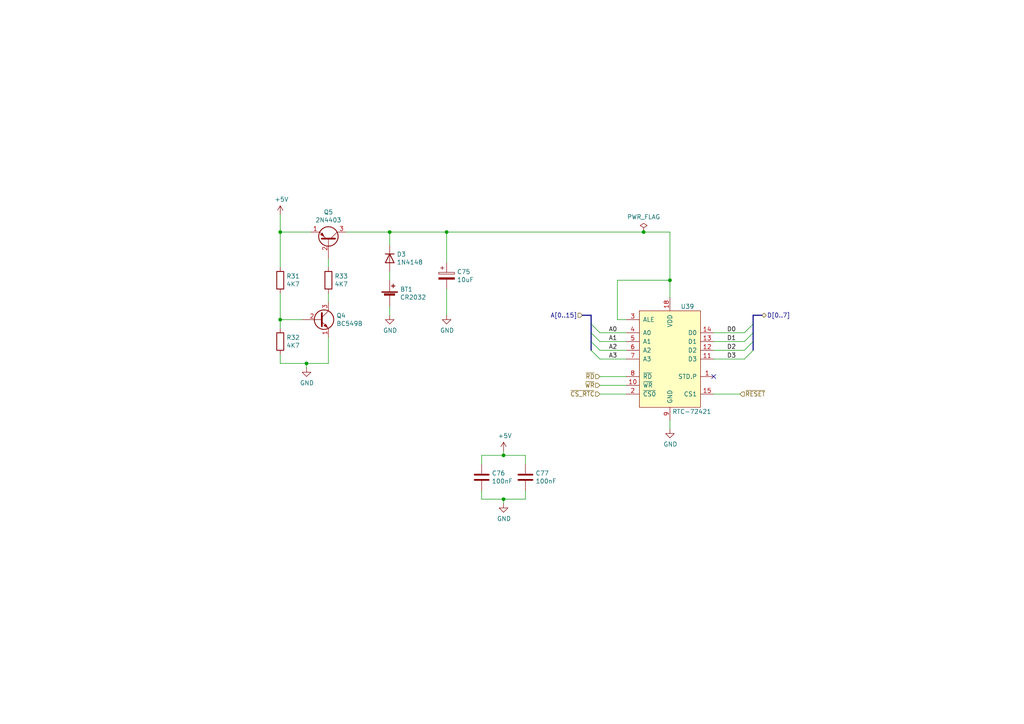
<source format=kicad_sch>
(kicad_sch (version 20211123) (generator eeschema)
  (paper "A4")
  (title_block (title "Y Ddraig Fach") (company "Stephen Moody"))
  (lib_symbols
    (symbol "Ddraig:RTC-72421" (pin_names (offset 1.016))
      (property "Reference" "U" (at 6.35 13.97 0))
      (property "Value" "RTC-72421" (at 7.62 -17.78 0))
      (symbol "RTC-72421_0_1"
        (rectangle (start -8.89 12.7) (end 8.89 -15.24) (fill (type background)))
      )
      (symbol "RTC-72421_1_1"
        (pin output line (at 12.7 -6.35 180) (length 3.81) (name "STD.P") (number "1"))
        (pin input line (at -12.7 -8.89 0) (length 3.81) (name "~{WR}") (number "10"))
        (pin bidirectional line (at 12.7 -1.27 180) (length 3.81) (name "D3") (number "11"))
        (pin bidirectional line (at 12.7 1.27 180) (length 3.81) (name "D2") (number "12"))
        (pin bidirectional line (at 12.7 3.81 180) (length 3.81) (name "D1") (number "13"))
        (pin bidirectional line (at 12.7 6.35 180) (length 3.81) (name "D0") (number "14"))
        (pin input line (at 12.7 -11.43 180) (length 3.81) (name "CS1") (number "15"))
        (pin no_connect line (at -12.7 -3.81 0) (length 3.81) hide (name "(VDD)") (number "16"))
        (pin no_connect line (at 12.7 -3.81 180) (length 3.81) hide (name "(VDD)") (number "17"))
        (pin power_in line (at 0 16.51 270) (length 3.81) (name "VDD") (number "18"))
        (pin input line (at -12.7 -11.43 0) (length 3.81) (name "~{CS0}") (number "2"))
        (pin input line (at -12.7 10.16 0) (length 3.81) (name "ALE") (number "3"))
        (pin input line (at -12.7 6.35 0) (length 3.81) (name "A0") (number "4"))
        (pin input line (at -12.7 3.81 0) (length 3.81) (name "A1") (number "5"))
        (pin input line (at -12.7 1.27 0) (length 3.81) (name "A2") (number "6"))
        (pin input line (at -12.7 -1.27 0) (length 3.81) (name "A3") (number "7"))
        (pin input line (at -12.7 -6.35 0) (length 3.81) (name "~{RD}") (number "8"))
        (pin power_in line (at 0 -19.05 90) (length 3.81) (name "GND") (number "9"))
      )
    )
    (symbol "Device:Battery_Cell" (pin_numbers hide) (pin_names (offset 0) hide)
      (property "Reference" "BT" (at 2.54 2.54 0))
      (property "Value" "Battery_Cell" (at 2.54 0 0))
      (symbol "Battery_Cell_0_1"
        (rectangle (start -2.286 1.778) (end 2.286 1.524) (fill (type outline)))
        (rectangle (start -1.5748 1.1938) (end 1.4732 0.6858) (fill (type outline)))
        (polyline (pts (xy 0 0.762) (xy 0 0)))
        (polyline (pts (xy 0 1.778) (xy 0 2.54)))
        (polyline (pts (xy 0.508 3.429) (xy 1.524 3.429)) (stroke (width 0.254)))
        (polyline (pts (xy 1.016 3.937) (xy 1.016 2.921)) (stroke (width 0.254)))
      )
      (symbol "Battery_Cell_1_1"
        (pin passive line (at 0 5.08 270) (length 2.54) (name "+") (number "1"))
        (pin passive line (at 0 -2.54 90) (length 2.54) (name "-") (number "2"))
      )
    )
    (symbol "Device:C" (pin_numbers hide) (pin_names (offset 0.254))
      (property "Reference" "C" (at 0.635 2.54 0))
      (property "Value" "C" (at 0.635 -2.54 0))
      (symbol "C_0_1"
        (polyline (pts (xy -2.032 -0.762) (xy 2.032 -0.762)) (stroke (width 0.508)))
        (polyline (pts (xy -2.032 0.762) (xy 2.032 0.762)) (stroke (width 0.508)))
      )
      (symbol "C_1_1"
        (pin passive line (at 0 3.81 270) (length 2.794) (name "~") (number "1"))
        (pin passive line (at 0 -3.81 90) (length 2.794) (name "~") (number "2"))
      )
    )
    (symbol "Device:C_Polarized" (pin_numbers hide) (pin_names (offset 0.254))
      (property "Reference" "C" (at 0.635 2.54 0))
      (property "Value" "C_Polarized" (at 0.635 -2.54 0))
      (symbol "C_Polarized_0_1"
        (rectangle (start -2.286 0.508) (end 2.286 1.016))
        (polyline (pts (xy -1.778 2.286) (xy -0.762 2.286)))
        (polyline (pts (xy -1.27 2.794) (xy -1.27 1.778)))
        (rectangle (start 2.286 -0.508) (end -2.286 -1.016) (fill (type outline)))
      )
      (symbol "C_Polarized_1_1"
        (pin passive line (at 0 3.81 270) (length 2.794) (name "~") (number "1"))
        (pin passive line (at 0 -3.81 90) (length 2.794) (name "~") (number "2"))
      )
    )
    (symbol "Device:Q_NPN_EBC" (pin_names (offset 0) hide)
      (property "Reference" "Q" (at 5.08 1.27 0))
      (property "Value" "Q_NPN_EBC" (at 5.08 -1.27 0))
      (symbol "Q_NPN_EBC_0_1"
        (polyline (pts (xy 0.635 0.635) (xy 2.54 2.54)))
        (polyline (pts (xy 0.635 -0.635) (xy 2.54 -2.54) (xy 2.54 -2.54)))
        (polyline (pts (xy 0.635 1.905) (xy 0.635 -1.905) (xy 0.635 -1.905)) (stroke (width 0.508)))
        (polyline (pts (xy 1.27 -1.778) (xy 1.778 -1.27) (xy 2.286 -2.286) (xy 1.27 -1.778) (xy 1.27 -1.778)) (fill (type outline)))
        (circle (center 1.27 0) (radius 2.8194) (stroke (width 0.254)))
      )
      (symbol "Q_NPN_EBC_1_1"
        (pin passive line (at 2.54 -5.08 90) (length 2.54) (name "E") (number "1"))
        (pin passive line (at -5.08 0 0) (length 5.715) (name "B") (number "2"))
        (pin passive line (at 2.54 5.08 270) (length 2.54) (name "C") (number "3"))
      )
    )
    (symbol "Device:Q_PNP_EBC" (pin_names (offset 0) hide)
      (property "Reference" "Q" (at 5.08 1.27 0))
      (property "Value" "Q_PNP_EBC" (at 5.08 -1.27 0))
      (symbol "Q_PNP_EBC_0_1"
        (polyline (pts (xy 0.635 0.635) (xy 2.54 2.54)))
        (polyline (pts (xy 0.635 -0.635) (xy 2.54 -2.54) (xy 2.54 -2.54)))
        (polyline (pts (xy 0.635 1.905) (xy 0.635 -1.905) (xy 0.635 -1.905)) (stroke (width 0.508)))
        (polyline (pts (xy 2.286 -1.778) (xy 1.778 -2.286) (xy 1.27 -1.27) (xy 2.286 -1.778) (xy 2.286 -1.778)) (fill (type outline)))
        (circle (center 1.27 0) (radius 2.8194) (stroke (width 0.254)))
      )
      (symbol "Q_PNP_EBC_1_1"
        (pin passive line (at 2.54 -5.08 90) (length 2.54) (name "E") (number "1"))
        (pin input line (at -5.08 0 0) (length 5.715) (name "B") (number "2"))
        (pin passive line (at 2.54 5.08 270) (length 2.54) (name "C") (number "3"))
      )
    )
    (symbol "Device:R" (pin_numbers hide) (pin_names (offset 0))
      (property "Reference" "R" (at 2.032 0 90))
      (property "Value" "R" (at 0 0 90))
      (symbol "R_0_1"
        (rectangle (start -1.016 -2.54) (end 1.016 2.54) (stroke (width 0.254)))
      )
      (symbol "R_1_1"
        (pin passive line (at 0 3.81 270) (length 1.27) (name "~") (number "1"))
        (pin passive line (at 0 -3.81 90) (length 1.27) (name "~") (number "2"))
      )
    )
    (symbol "Diode:1N4148" (pin_numbers hide) (pin_names (offset 1.016) hide)
      (property "Reference" "D" (at 0 2.54 0))
      (property "Value" "1N4148" (at 0 -2.54 0))
      (symbol "1N4148_0_1"
        (polyline (pts (xy -1.27 1.27) (xy -1.27 -1.27)) (stroke (width 0.254)))
        (polyline (pts (xy 1.27 0) (xy -1.27 0)))
        (polyline (pts (xy 1.27 1.27) (xy 1.27 -1.27) (xy -1.27 0) (xy 1.27 1.27)) (stroke (width 0.254)))
      )
      (symbol "1N4148_1_1"
        (pin passive line (at -3.81 0 0) (length 2.54) (name "K") (number "1"))
        (pin passive line (at 3.81 0 180) (length 2.54) (name "A") (number "2"))
      )
    )
    (symbol "power:+5V" (power) (pin_names (offset 0))
      (property "Value" "+5V" (at 0 3.556 0))
      (symbol "+5V_0_1"
        (polyline (pts (xy -0.762 1.27) (xy 0 2.54)))
        (polyline (pts (xy 0 0) (xy 0 2.54)))
        (polyline (pts (xy 0 2.54) (xy 0.762 1.27)))
      )
      (symbol "+5V_1_1"
        (pin power_in line (at 0 0 90) (length 0) hide (name "+5V") (number "1"))
      )
    )
    (symbol "power:GND" (power) (pin_names (offset 0))
      (property "Value" "GND" (at 0 -3.81 0))
      (symbol "GND_0_1"
        (polyline (pts (xy 0 0) (xy 0 -1.27) (xy 1.27 -1.27) (xy 0 -2.54) (xy -1.27 -1.27) (xy 0 -1.27)))
      )
      (symbol "GND_1_1"
        (pin power_in line (at 0 0 270) (length 0) hide (name "GND") (number "1"))
      )
    )
    (symbol "power:PWR_FLAG" (power) (pin_numbers hide) (pin_names (offset 0) hide)
      (property "Value" "PWR_FLAG" (at 0 3.81 0))
      (symbol "PWR_FLAG_0_0"
        (pin power_out line (at 0 0 90) (length 0) (name "pwr") (number "1"))
      )
      (symbol "PWR_FLAG_0_1"
        (polyline (pts (xy 0 0) (xy 0 1.27) (xy -1.016 1.905) (xy 0 2.54) (xy 1.016 1.905) (xy 0 1.27)))
      )
    )
  )
  (junction (at 88.9 105.41))
  (junction (at 129.54 67.31))
  (junction (at 146.05 132.08))
  (junction (at 186.69 67.31))
  (junction (at 81.28 92.71))
  (junction (at 81.28 67.31))
  (junction (at 146.05 144.78))
  (junction (at 113.03 67.31))
  (junction (at 194.31 81.28))
  (no_connect (at 207.01 109.22))
  (bus_entry (at 218.44 99.06) (size -2.54 2.54))
  (bus_entry (at 218.44 101.6) (size -2.54 2.54))
  (bus_entry (at 171.45 101.6) (size 2.54 2.54))
  (bus_entry (at 171.45 96.52) (size 2.54 2.54))
  (bus_entry (at 171.45 93.98) (size 2.54 2.54))
  (bus_entry (at 218.44 96.52) (size -2.54 2.54))
  (bus_entry (at 218.44 93.98) (size -2.54 2.54))
  (bus_entry (at 171.45 99.06) (size 2.54 2.54))
  (bus (pts (xy 218.44 96.52) (xy 218.44 99.06)))
  (wire (pts (xy 146.05 132.08) (xy 152.4 132.08)))
  (wire (pts (xy 88.9 105.41) (xy 88.9 106.68)))
  (wire (pts (xy 207.01 96.52) (xy 215.9 96.52)))
  (wire (pts (xy 207.01 99.06) (xy 215.9 99.06)))
  (wire (pts (xy 113.03 78.74) (xy 113.03 81.28)))
  (wire (pts (xy 181.61 114.3) (xy 173.99 114.3)))
  (wire (pts (xy 81.28 105.41) (xy 88.9 105.41)))
  (wire (pts (xy 81.28 67.31) (xy 81.28 77.47)))
  (wire (pts (xy 129.54 76.2) (xy 129.54 67.31)))
  (wire (pts (xy 181.61 109.22) (xy 173.99 109.22)))
  (wire (pts (xy 181.61 92.71) (xy 179.07 92.71)))
  (bus (pts (xy 218.44 93.98) (xy 218.44 96.52)))
  (wire (pts (xy 139.7 132.08) (xy 146.05 132.08)))
  (wire (pts (xy 152.4 134.62) (xy 152.4 132.08)))
  (wire (pts (xy 95.25 97.79) (xy 95.25 105.41)))
  (bus (pts (xy 218.44 99.06) (xy 218.44 101.6)))
  (wire (pts (xy 173.99 96.52) (xy 181.61 96.52)))
  (wire (pts (xy 186.69 67.31) (xy 194.31 67.31)))
  (wire (pts (xy 139.7 144.78) (xy 146.05 144.78)))
  (wire (pts (xy 181.61 104.14) (xy 173.99 104.14)))
  (bus (pts (xy 171.45 91.44) (xy 171.45 93.98)))
  (wire (pts (xy 207.01 101.6) (xy 215.9 101.6)))
  (wire (pts (xy 113.03 88.9) (xy 113.03 91.44)))
  (wire (pts (xy 179.07 92.71) (xy 179.07 81.28)))
  (wire (pts (xy 146.05 146.05) (xy 146.05 144.78)))
  (wire (pts (xy 95.25 74.93) (xy 95.25 77.47)))
  (wire (pts (xy 129.54 67.31) (xy 186.69 67.31)))
  (wire (pts (xy 179.07 81.28) (xy 194.31 81.28)))
  (bus (pts (xy 171.45 99.06) (xy 171.45 101.6)))
  (wire (pts (xy 129.54 91.44) (xy 129.54 83.82)))
  (wire (pts (xy 146.05 130.81) (xy 146.05 132.08)))
  (wire (pts (xy 152.4 142.24) (xy 152.4 144.78)))
  (bus (pts (xy 171.45 93.98) (xy 171.45 96.52)))
  (wire (pts (xy 129.54 67.31) (xy 113.03 67.31)))
  (wire (pts (xy 194.31 81.28) (xy 194.31 86.36)))
  (wire (pts (xy 95.25 105.41) (xy 88.9 105.41)))
  (wire (pts (xy 81.28 102.87) (xy 81.28 105.41)))
  (wire (pts (xy 207.01 104.14) (xy 215.9 104.14)))
  (wire (pts (xy 81.28 92.71) (xy 81.28 95.25)))
  (bus (pts (xy 218.44 91.44) (xy 218.44 93.98)))
  (wire (pts (xy 95.25 87.63) (xy 95.25 85.09)))
  (wire (pts (xy 100.33 67.31) (xy 113.03 67.31)))
  (bus (pts (xy 171.45 96.52) (xy 171.45 99.06)))
  (wire (pts (xy 173.99 101.6) (xy 181.61 101.6)))
  (wire (pts (xy 90.17 67.31) (xy 81.28 67.31)))
  (wire (pts (xy 87.63 92.71) (xy 81.28 92.71)))
  (wire (pts (xy 194.31 67.31) (xy 194.31 81.28)))
  (wire (pts (xy 81.28 85.09) (xy 81.28 92.71)))
  (wire (pts (xy 194.31 124.46) (xy 194.31 121.92)))
  (wire (pts (xy 173.99 111.76) (xy 181.61 111.76)))
  (bus (pts (xy 171.45 91.44) (xy 168.91 91.44)))
  (wire (pts (xy 81.28 62.23) (xy 81.28 67.31)))
  (wire (pts (xy 214.63 114.3) (xy 207.01 114.3)))
  (wire (pts (xy 181.61 99.06) (xy 173.99 99.06)))
  (wire (pts (xy 113.03 67.31) (xy 113.03 71.12)))
  (wire (pts (xy 139.7 134.62) (xy 139.7 132.08)))
  (wire (pts (xy 139.7 142.24) (xy 139.7 144.78)))
  (bus (pts (xy 218.44 91.44) (xy 220.98 91.44)))
  (wire (pts (xy 146.05 144.78) (xy 152.4 144.78)))
  (label "A1" (at 176.53 99.06 0))
  (label "A0" (at 176.53 96.52 0))
  (label "D1" (at 210.82 99.06 0))
  (label "D0" (at 210.82 96.52 0))
  (label "A2" (at 176.53 101.6 0))
  (label "D2" (at 210.82 101.6 0))
  (label "A3" (at 176.53 104.14 0))
  (label "D3" (at 210.82 104.14 0))
  (hierarchical_label "D[0..7]" (shape bidirectional) (at 220.98 91.44 0))
  (hierarchical_label "~{CS_RTC}" (shape input) (at 173.99 114.3 180))
  (hierarchical_label "~{RESET}" (shape input) (at 214.63 114.3 0))
  (hierarchical_label "A[0..15]" (shape input) (at 168.91 91.44 180))
  (hierarchical_label "~{WR}" (shape input) (at 173.99 111.76 180))
  (hierarchical_label "~{RD}" (shape input) (at 173.99 109.22 180))
  (symbol (lib_id "Ddraig:RTC-72421") (at 194.31 102.87 0) (unit 1)
    (property "Reference" "U39" (at 199.39 88.9 0))
    (property "Value" "RTC-72421" (at 200.66 119.38 0))
    (property "Footprint" "Package_DIP:DIP-18_W7.62mm_Socket" (effects hide))
  )
  (symbol (lib_id "Device:Q_NPN_EBC") (at 92.71 92.71 0) (unit 1)
    (property "Reference" "Q4" (at 97.5614 91.5416 0) (effects (justify left)))
    (property "Value" "BC549B" (at 97.5614 93.853 0) (effects (justify left)))
    (property "Footprint" "Package_TO_SOT_THT:TO-92" (effects hide))
  )
  (symbol (lib_id "Device:Q_PNP_EBC") (at 95.25 69.85 270) (mirror x) (unit 1)
    (property "Reference" "Q5" (at 95.25 61.5188 90))
    (property "Value" "2N4403" (at 95.25 63.8302 90))
    (property "Footprint" "Package_TO_SOT_THT:TO-92" (effects hide))
  )
  (symbol (lib_id "Diode:1N4148") (at 113.03 74.93 270) (unit 1)
    (property "Reference" "D3" (at 115.062 73.7616 90) (effects (justify left)))
    (property "Value" "1N4148" (at 115.062 76.073 90) (effects (justify left)))
    (property "Footprint" "Diode_THT:D_DO-35_SOD27_P7.62mm_Horizontal" (effects hide))
    (property "Datasheet" "https://assets.nexperia.com/documents/data-sheet/1N4148_1N4448.pdf" (effects hide))
  )
  (symbol (lib_id "Device:Battery_Cell") (at 113.03 86.36 0) (unit 1)
    (property "Reference" "BT1" (at 116.0272 83.9216 0) (effects (justify left)))
    (property "Value" "CR2032" (at 116.0272 86.233 0) (effects (justify left)))
    (property "Footprint" "Battery:BatteryHolder_Keystone_103_1x20mm" (effects hide))
  )
  (symbol (lib_id "Device:R") (at 81.28 99.06 0) (unit 1)
    (property "Reference" "R32" (at 83.058 97.8916 0) (effects (justify left)))
    (property "Value" "4K7" (at 83.058 100.203 0) (effects (justify left)))
    (property "Footprint" "Resistor_THT:R_Axial_DIN0207_L6.3mm_D2.5mm_P10.16mm_Horizontal" (effects hide))
  )
  (symbol (lib_id "Device:C_Polarized") (at 129.54 80.01 0) (unit 1)
    (property "Reference" "C75" (at 132.5372 78.8416 0) (effects (justify left)))
    (property "Value" "10uF" (at 132.5372 81.153 0) (effects (justify left)))
    (property "Footprint" "Capacitor_THT:CP_Radial_D5.0mm_P2.50mm" (effects hide))
  )
  (symbol (lib_id "power:GND") (at 113.03 91.44 0) (unit 1)
    (property "Reference" "#PWR0157" (effects hide))
    (property "Value" "GND" (at 113.157 95.8342 0))
  )
  (symbol (lib_id "power:+5V") (at 81.28 62.23 0) (unit 1)
    (property "Reference" "#PWR0155" (effects hide))
    (property "Value" "+5V" (at 81.661 57.8358 0))
  )
  (symbol (lib_id "power:GND") (at 129.54 91.44 0) (unit 1)
    (property "Reference" "#PWR0158" (effects hide))
    (property "Value" "GND" (at 129.667 95.8342 0))
  )
  (symbol (lib_id "Device:R") (at 95.25 81.28 0) (unit 1)
    (property "Reference" "R33" (at 97.028 80.1116 0) (effects (justify left)))
    (property "Value" "4K7" (at 97.028 82.423 0) (effects (justify left)))
    (property "Footprint" "Resistor_THT:R_Axial_DIN0207_L6.3mm_D2.5mm_P10.16mm_Horizontal" (effects hide))
  )
  (symbol (lib_id "Device:R") (at 81.28 81.28 0) (unit 1)
    (property "Reference" "R31" (at 83.058 80.1116 0) (effects (justify left)))
    (property "Value" "4K7" (at 83.058 82.423 0) (effects (justify left)))
    (property "Footprint" "Resistor_THT:R_Axial_DIN0207_L6.3mm_D2.5mm_P10.16mm_Horizontal" (effects hide))
  )
  (symbol (lib_id "power:GND") (at 88.9 106.68 0) (unit 1)
    (property "Reference" "#PWR0156" (effects hide))
    (property "Value" "GND" (at 89.027 111.0742 0))
  )
  (symbol (lib_id "power:GND") (at 194.31 124.46 0) (unit 1)
    (property "Reference" "#PWR0161" (effects hide))
    (property "Value" "GND" (at 194.437 128.8542 0))
  )
  (symbol (lib_id "power:PWR_FLAG") (at 186.69 67.31 0) (unit 1)
    (property "Reference" "#FLG01" (effects hide))
    (property "Value" "PWR_FLAG" (at 186.69 62.9158 0))
  )
  (symbol (lib_id "Device:C") (at 139.7 138.43 0) (unit 1)
    (property "Reference" "C76" (at 142.621 137.2616 0) (effects (justify left)))
    (property "Value" "100nF" (at 142.621 139.573 0) (effects (justify left)))
    (property "Footprint" "Capacitor_THT:C_Disc_D5.0mm_W2.5mm_P2.50mm" (effects hide))
  )
  (symbol (lib_id "Device:C") (at 152.4 138.43 0) (unit 1)
    (property "Reference" "C77" (at 155.321 137.2616 0) (effects (justify left)))
    (property "Value" "100nF" (at 155.321 139.573 0) (effects (justify left)))
    (property "Footprint" "Capacitor_THT:C_Disc_D5.0mm_W2.5mm_P2.50mm" (effects hide))
  )
  (symbol (lib_id "power:+5V") (at 146.05 130.81 0) (unit 1)
    (property "Reference" "#PWR0159" (effects hide))
    (property "Value" "+5V" (at 146.431 126.4158 0))
  )
  (symbol (lib_id "power:GND") (at 146.05 146.05 0) (unit 1)
    (property "Reference" "#PWR0160" (effects hide))
    (property "Value" "GND" (at 146.177 150.4442 0))
  )
)
</source>
